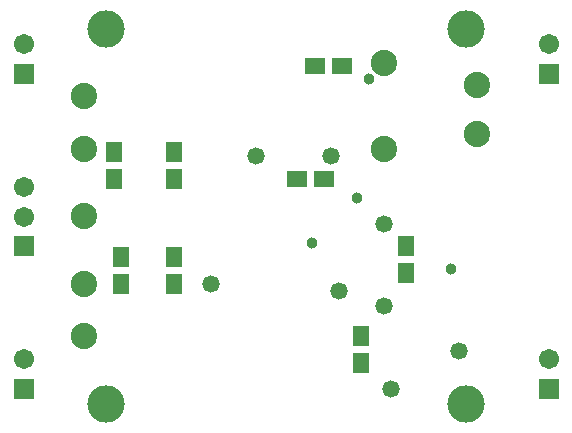
<source format=gbr>
G04 DipTrace 3.3.1.3*
G04 BottomMask.gbr*
%MOIN*%
G04 #@! TF.FileFunction,Soldermask,Bot*
G04 #@! TF.Part,Single*
%ADD36C,0.125*%
%ADD40C,0.05788*%
%ADD42C,0.03788*%
%ADD46C,0.08788*%
%ADD56C,0.06725*%
%ADD58R,0.06725X0.06725*%
%ADD60R,0.05788X0.06788*%
%ADD62R,0.06788X0.05788*%
%FSLAX26Y26*%
G04*
G70*
G90*
G75*
G01*
G04 BotMask*
%LPD*%
D42*
X1275000Y1208031D3*
D40*
X900000Y950000D3*
X750000Y525000D3*
X1150000Y950000D3*
D42*
X1550000Y575000D3*
X1087500Y662500D3*
X1237500Y812500D3*
D40*
X1175000Y500000D3*
X1350000Y175000D3*
X1575000Y300000D3*
X1325000Y450000D3*
Y725000D3*
D60*
X1250000Y350000D3*
Y260000D3*
X450000Y525000D3*
Y615000D3*
X425000Y875000D3*
Y965000D3*
X1400000Y650000D3*
Y560000D3*
X625000Y525000D3*
Y615000D3*
Y875000D3*
Y965000D3*
D62*
X1187500Y1250000D3*
X1097500D3*
X1125000Y875000D3*
X1035000D3*
D36*
X400000Y125000D3*
X1600000D3*
X400000Y1375000D3*
X1600000D3*
D58*
X125000Y650000D3*
D56*
Y748425D3*
Y848425D3*
D58*
Y1225000D3*
D56*
Y1323425D3*
D58*
Y175000D3*
D56*
Y273425D3*
D58*
X1875000Y1225000D3*
D56*
Y1323425D3*
D58*
Y175000D3*
D56*
Y273425D3*
D46*
X325000Y525000D3*
Y750000D3*
Y975000D3*
Y1150000D3*
Y350000D3*
X1325000Y1262500D3*
Y975000D3*
X1637500Y1025000D3*
Y1187500D3*
M02*

</source>
